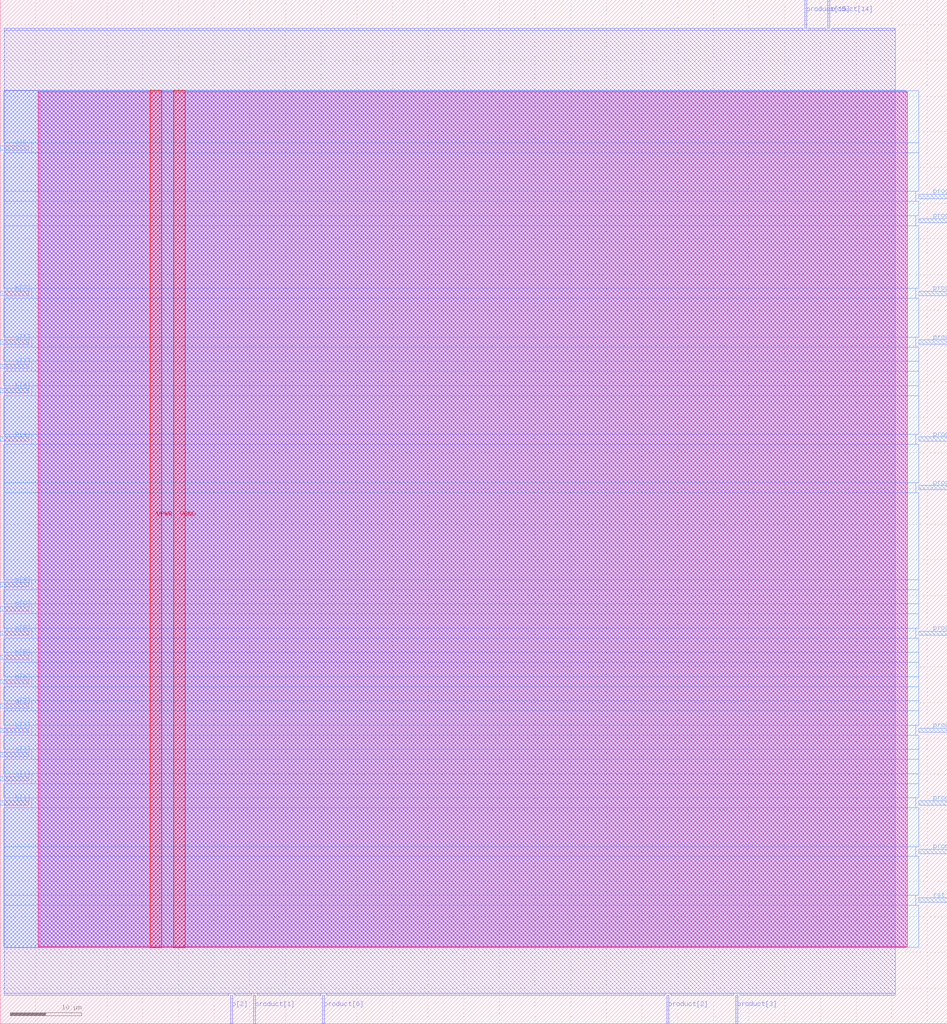
<source format=lef>
VERSION 5.7 ;
  NOWIREEXTENSIONATPIN ON ;
  DIVIDERCHAR "/" ;
  BUSBITCHARS "[]" ;
MACRO mult
  CLASS BLOCK ;
  FOREIGN mult ;
  ORIGIN 0.000 0.000 ;
  SIZE 132.785 BY 143.505 ;
  PIN VGND
    DIRECTION INOUT ;
    USE GROUND ;
    PORT
      LAYER met4 ;
        RECT 24.340 10.640 25.940 130.800 ;
    END
  END VGND
  PIN VPWR
    DIRECTION INOUT ;
    USE POWER ;
    PORT
      LAYER met4 ;
        RECT 21.040 10.640 22.640 130.800 ;
    END
  END VPWR
  PIN a[0]
    DIRECTION INPUT ;
    USE SIGNAL ;
    ANTENNAGATEAREA 0.196500 ;
    PORT
      LAYER met3 ;
        RECT 0.000 57.840 4.000 58.440 ;
    END
  END a[0]
  PIN a[1]
    DIRECTION INPUT ;
    USE SIGNAL ;
    ANTENNAGATEAREA 0.196500 ;
    PORT
      LAYER met3 ;
        RECT 0.000 34.040 4.000 34.640 ;
    END
  END a[1]
  PIN a[2]
    DIRECTION INPUT ;
    USE SIGNAL ;
    ANTENNAGATEAREA 0.196500 ;
    PORT
      LAYER met3 ;
        RECT 0.000 44.240 4.000 44.840 ;
    END
  END a[2]
  PIN a[3]
    DIRECTION INPUT ;
    USE SIGNAL ;
    ANTENNAGATEAREA 0.196500 ;
    PORT
      LAYER met3 ;
        RECT 0.000 37.440 4.000 38.040 ;
    END
  END a[3]
  PIN a[4]
    DIRECTION INPUT ;
    USE SIGNAL ;
    ANTENNAGATEAREA 0.196500 ;
    PORT
      LAYER met3 ;
        RECT 0.000 61.240 4.000 61.840 ;
    END
  END a[4]
  PIN a[5]
    DIRECTION INPUT ;
    USE SIGNAL ;
    ANTENNAGATEAREA 0.196500 ;
    PORT
      LAYER met3 ;
        RECT 0.000 54.440 4.000 55.040 ;
    END
  END a[5]
  PIN a[6]
    DIRECTION INPUT ;
    USE SIGNAL ;
    ANTENNAGATEAREA 0.196500 ;
    PORT
      LAYER met3 ;
        RECT 0.000 95.240 4.000 95.840 ;
    END
  END a[6]
  PIN a[7]
    DIRECTION INPUT ;
    USE SIGNAL ;
    ANTENNAGATEAREA 0.196500 ;
    PORT
      LAYER met3 ;
        RECT 0.000 91.840 4.000 92.440 ;
    END
  END a[7]
  PIN b[0]
    DIRECTION INPUT ;
    USE SIGNAL ;
    ANTENNAGATEAREA 0.196500 ;
    PORT
      LAYER met3 ;
        RECT 0.000 47.640 4.000 48.240 ;
    END
  END b[0]
  PIN b[1]
    DIRECTION INPUT ;
    USE SIGNAL ;
    ANTENNAGATEAREA 0.196500 ;
    PORT
      LAYER met3 ;
        RECT 0.000 30.640 4.000 31.240 ;
    END
  END b[1]
  PIN b[2]
    DIRECTION INPUT ;
    USE SIGNAL ;
    ANTENNAGATEAREA 0.196500 ;
    PORT
      LAYER met2 ;
        RECT 32.290 0.000 32.570 4.000 ;
    END
  END b[2]
  PIN b[3]
    DIRECTION INPUT ;
    USE SIGNAL ;
    ANTENNAGATEAREA 0.196500 ;
    PORT
      LAYER met3 ;
        RECT 0.000 40.840 4.000 41.440 ;
    END
  END b[3]
  PIN b[4]
    DIRECTION INPUT ;
    USE SIGNAL ;
    ANTENNAGATEAREA 0.196500 ;
    PORT
      LAYER met3 ;
        RECT 0.000 81.640 4.000 82.240 ;
    END
  END b[4]
  PIN b[5]
    DIRECTION INPUT ;
    USE SIGNAL ;
    ANTENNAGATEAREA 0.196500 ;
    PORT
      LAYER met3 ;
        RECT 0.000 51.040 4.000 51.640 ;
    END
  END b[5]
  PIN b[6]
    DIRECTION INPUT ;
    USE SIGNAL ;
    ANTENNAGATEAREA 0.196500 ;
    PORT
      LAYER met3 ;
        RECT 0.000 88.440 4.000 89.040 ;
    END
  END b[6]
  PIN b[7]
    DIRECTION INPUT ;
    USE SIGNAL ;
    ANTENNAGATEAREA 0.196500 ;
    PORT
      LAYER met3 ;
        RECT 0.000 102.040 4.000 102.640 ;
    END
  END b[7]
  PIN clk
    DIRECTION INPUT ;
    USE SIGNAL ;
    ANTENNAGATEAREA 0.852000 ;
    PORT
      LAYER met3 ;
        RECT 0.000 122.440 4.000 123.040 ;
    END
  END clk
  PIN product[0]
    DIRECTION OUTPUT ;
    USE SIGNAL ;
    ANTENNADIFFAREA 0.445500 ;
    PORT
      LAYER met2 ;
        RECT 45.170 0.000 45.450 4.000 ;
    END
  END product[0]
  PIN product[10]
    DIRECTION OUTPUT ;
    USE SIGNAL ;
    ANTENNADIFFAREA 0.445500 ;
    PORT
      LAYER met3 ;
        RECT 128.785 95.240 132.785 95.840 ;
    END
  END product[10]
  PIN product[11]
    DIRECTION OUTPUT ;
    USE SIGNAL ;
    ANTENNADIFFAREA 0.445500 ;
    PORT
      LAYER met3 ;
        RECT 128.785 102.040 132.785 102.640 ;
    END
  END product[11]
  PIN product[12]
    DIRECTION OUTPUT ;
    USE SIGNAL ;
    ANTENNADIFFAREA 0.445500 ;
    PORT
      LAYER met3 ;
        RECT 128.785 112.240 132.785 112.840 ;
    END
  END product[12]
  PIN product[13]
    DIRECTION OUTPUT ;
    USE SIGNAL ;
    ANTENNADIFFAREA 0.445500 ;
    PORT
      LAYER met3 ;
        RECT 128.785 115.640 132.785 116.240 ;
    END
  END product[13]
  PIN product[14]
    DIRECTION OUTPUT ;
    USE SIGNAL ;
    ANTENNADIFFAREA 0.445500 ;
    PORT
      LAYER met2 ;
        RECT 116.010 139.505 116.290 143.505 ;
    END
  END product[14]
  PIN product[15]
    DIRECTION OUTPUT ;
    USE SIGNAL ;
    ANTENNADIFFAREA 0.445500 ;
    PORT
      LAYER met2 ;
        RECT 112.790 139.505 113.070 143.505 ;
    END
  END product[15]
  PIN product[1]
    DIRECTION OUTPUT ;
    USE SIGNAL ;
    ANTENNADIFFAREA 0.445500 ;
    PORT
      LAYER met2 ;
        RECT 35.510 0.000 35.790 4.000 ;
    END
  END product[1]
  PIN product[2]
    DIRECTION OUTPUT ;
    USE SIGNAL ;
    ANTENNADIFFAREA 0.445500 ;
    PORT
      LAYER met2 ;
        RECT 93.470 0.000 93.750 4.000 ;
    END
  END product[2]
  PIN product[3]
    DIRECTION OUTPUT ;
    USE SIGNAL ;
    ANTENNADIFFAREA 0.445500 ;
    PORT
      LAYER met2 ;
        RECT 103.130 0.000 103.410 4.000 ;
    END
  END product[3]
  PIN product[4]
    DIRECTION OUTPUT ;
    USE SIGNAL ;
    ANTENNADIFFAREA 0.445500 ;
    PORT
      LAYER met3 ;
        RECT 128.785 23.840 132.785 24.440 ;
    END
  END product[4]
  PIN product[5]
    DIRECTION OUTPUT ;
    USE SIGNAL ;
    ANTENNADIFFAREA 0.445500 ;
    PORT
      LAYER met3 ;
        RECT 128.785 30.640 132.785 31.240 ;
    END
  END product[5]
  PIN product[6]
    DIRECTION OUTPUT ;
    USE SIGNAL ;
    ANTENNADIFFAREA 0.445500 ;
    PORT
      LAYER met3 ;
        RECT 128.785 40.840 132.785 41.440 ;
    END
  END product[6]
  PIN product[7]
    DIRECTION OUTPUT ;
    USE SIGNAL ;
    ANTENNADIFFAREA 0.445500 ;
    PORT
      LAYER met3 ;
        RECT 128.785 54.440 132.785 55.040 ;
    END
  END product[7]
  PIN product[8]
    DIRECTION OUTPUT ;
    USE SIGNAL ;
    ANTENNADIFFAREA 0.445500 ;
    PORT
      LAYER met3 ;
        RECT 128.785 74.840 132.785 75.440 ;
    END
  END product[8]
  PIN product[9]
    DIRECTION OUTPUT ;
    USE SIGNAL ;
    ANTENNADIFFAREA 0.445500 ;
    PORT
      LAYER met3 ;
        RECT 128.785 81.640 132.785 82.240 ;
    END
  END product[9]
  PIN rst
    DIRECTION INPUT ;
    USE SIGNAL ;
    ANTENNAGATEAREA 0.196500 ;
    PORT
      LAYER met3 ;
        RECT 128.785 17.040 132.785 17.640 ;
    END
  END rst
  OBS
      LAYER nwell ;
        RECT 5.330 10.795 127.150 130.645 ;
      LAYER li1 ;
        RECT 5.520 10.795 126.960 130.645 ;
      LAYER met1 ;
        RECT 0.530 10.640 126.960 130.800 ;
      LAYER met2 ;
        RECT 0.550 139.225 112.510 139.505 ;
        RECT 113.350 139.225 115.730 139.505 ;
        RECT 116.570 139.225 125.490 139.505 ;
        RECT 0.550 4.280 125.490 139.225 ;
        RECT 0.550 4.000 32.010 4.280 ;
        RECT 32.850 4.000 35.230 4.280 ;
        RECT 36.070 4.000 44.890 4.280 ;
        RECT 45.730 4.000 93.190 4.280 ;
        RECT 94.030 4.000 102.850 4.280 ;
        RECT 103.690 4.000 125.490 4.280 ;
      LAYER met3 ;
        RECT 0.525 123.440 128.785 130.725 ;
        RECT 4.400 122.040 128.785 123.440 ;
        RECT 0.525 116.640 128.785 122.040 ;
        RECT 0.525 115.240 128.385 116.640 ;
        RECT 0.525 113.240 128.785 115.240 ;
        RECT 0.525 111.840 128.385 113.240 ;
        RECT 0.525 103.040 128.785 111.840 ;
        RECT 4.400 101.640 128.385 103.040 ;
        RECT 0.525 96.240 128.785 101.640 ;
        RECT 4.400 94.840 128.385 96.240 ;
        RECT 0.525 92.840 128.785 94.840 ;
        RECT 4.400 91.440 128.785 92.840 ;
        RECT 0.525 89.440 128.785 91.440 ;
        RECT 4.400 88.040 128.785 89.440 ;
        RECT 0.525 82.640 128.785 88.040 ;
        RECT 4.400 81.240 128.385 82.640 ;
        RECT 0.525 75.840 128.785 81.240 ;
        RECT 0.525 74.440 128.385 75.840 ;
        RECT 0.525 62.240 128.785 74.440 ;
        RECT 4.400 60.840 128.785 62.240 ;
        RECT 0.525 58.840 128.785 60.840 ;
        RECT 4.400 57.440 128.785 58.840 ;
        RECT 0.525 55.440 128.785 57.440 ;
        RECT 4.400 54.040 128.385 55.440 ;
        RECT 0.525 52.040 128.785 54.040 ;
        RECT 4.400 50.640 128.785 52.040 ;
        RECT 0.525 48.640 128.785 50.640 ;
        RECT 4.400 47.240 128.785 48.640 ;
        RECT 0.525 45.240 128.785 47.240 ;
        RECT 4.400 43.840 128.785 45.240 ;
        RECT 0.525 41.840 128.785 43.840 ;
        RECT 4.400 40.440 128.385 41.840 ;
        RECT 0.525 38.440 128.785 40.440 ;
        RECT 4.400 37.040 128.785 38.440 ;
        RECT 0.525 35.040 128.785 37.040 ;
        RECT 4.400 33.640 128.785 35.040 ;
        RECT 0.525 31.640 128.785 33.640 ;
        RECT 4.400 30.240 128.385 31.640 ;
        RECT 0.525 24.840 128.785 30.240 ;
        RECT 0.525 23.440 128.385 24.840 ;
        RECT 0.525 18.040 128.785 23.440 ;
        RECT 0.525 16.640 128.385 18.040 ;
        RECT 0.525 10.715 128.785 16.640 ;
  END
END mult
END LIBRARY


</source>
